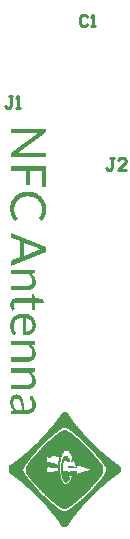
<source format=gto>
G04 Layer_Color=65535*
%FSLAX25Y25*%
%MOIN*%
G70*
G01*
G75*
%ADD17C,0.00100*%
%ADD18C,0.01000*%
G36*
X12502Y76139D02*
X12720Y76121D01*
X12957Y76102D01*
X13231Y76048D01*
X13504Y75993D01*
X13795Y75902D01*
X13832Y75884D01*
X13923Y75847D01*
X14069Y75793D01*
X14251Y75701D01*
X14451Y75592D01*
X14670Y75465D01*
X14889Y75319D01*
X15107Y75137D01*
X15126Y75118D01*
X15199Y75046D01*
X15308Y74936D01*
X15435Y74791D01*
X15563Y74608D01*
X15709Y74408D01*
X15854Y74171D01*
X15982Y73916D01*
X16000Y73879D01*
X16037Y73788D01*
X16091Y73643D01*
X16146Y73442D01*
X16201Y73187D01*
X16255Y72914D01*
X16292Y72604D01*
X16310Y72276D01*
Y72240D01*
Y72149D01*
X16292Y72003D01*
X16273Y71821D01*
X16255Y71620D01*
X16201Y71383D01*
X16146Y71147D01*
X16055Y70910D01*
X16037Y70873D01*
X16000Y70800D01*
X15946Y70691D01*
X15873Y70527D01*
X15763Y70363D01*
X15636Y70181D01*
X15490Y69999D01*
X15326Y69816D01*
X15308Y69798D01*
X15235Y69744D01*
X15144Y69652D01*
X14998Y69561D01*
X14834Y69434D01*
X14634Y69324D01*
X14415Y69215D01*
X14160Y69106D01*
X14123Y69088D01*
X14032Y69069D01*
X13887Y69015D01*
X13704Y68960D01*
X13468Y68924D01*
X13213Y68869D01*
X12921Y68851D01*
X12593Y68833D01*
X12411D01*
X12247Y68869D01*
X12192Y68887D01*
X12138Y68906D01*
X12119Y68924D01*
X12083Y68960D01*
X12046Y69051D01*
X12028Y69197D01*
Y74718D01*
X11901D01*
X11737Y74699D01*
X11554Y74681D01*
X11336Y74663D01*
X11099Y74608D01*
X10862Y74572D01*
X10644Y74499D01*
X10625Y74481D01*
X10552Y74463D01*
X10443Y74426D01*
X10297Y74353D01*
X10152Y74280D01*
X9988Y74189D01*
X9660Y73971D01*
X9641Y73952D01*
X9605Y73916D01*
X9532Y73843D01*
X9441Y73734D01*
X9350Y73624D01*
X9259Y73479D01*
X9076Y73151D01*
Y73132D01*
X9040Y73060D01*
X9022Y72969D01*
X8985Y72823D01*
X8949Y72677D01*
X8931Y72495D01*
X8894Y72076D01*
Y72057D01*
Y71985D01*
Y71875D01*
X8913Y71748D01*
X8931Y71602D01*
X8949Y71438D01*
X9022Y71128D01*
Y71110D01*
X9040Y71055D01*
X9076Y70982D01*
X9113Y70891D01*
X9186Y70673D01*
X9295Y70454D01*
Y70436D01*
X9313Y70399D01*
X9386Y70290D01*
X9477Y70126D01*
X9568Y69980D01*
Y69962D01*
X9587Y69944D01*
X9641Y69853D01*
X9678Y69744D01*
X9696Y69634D01*
Y69598D01*
X9678Y69525D01*
X9641Y69434D01*
X9568Y69361D01*
X9022Y68942D01*
X9004Y68960D01*
X8967Y68997D01*
X8913Y69051D01*
X8822Y69124D01*
X8639Y69324D01*
X8457Y69598D01*
X8439Y69616D01*
X8421Y69652D01*
X8366Y69744D01*
X8311Y69835D01*
X8257Y69944D01*
X8184Y70090D01*
X8056Y70399D01*
Y70418D01*
X8038Y70472D01*
X8002Y70564D01*
X7983Y70673D01*
X7947Y70800D01*
X7910Y70964D01*
X7838Y71292D01*
Y71311D01*
X7819Y71365D01*
Y71456D01*
X7801Y71584D01*
X7783Y71711D01*
Y71875D01*
X7765Y72203D01*
Y72221D01*
Y72240D01*
Y72349D01*
X7783Y72513D01*
X7801Y72713D01*
X7838Y72969D01*
X7874Y73224D01*
X7947Y73515D01*
X8038Y73788D01*
X8056Y73825D01*
X8093Y73916D01*
X8166Y74044D01*
X8257Y74226D01*
X8384Y74408D01*
X8530Y74626D01*
X8694Y74845D01*
X8894Y75046D01*
X8913Y75064D01*
X9004Y75137D01*
X9113Y75228D01*
X9277Y75337D01*
X9477Y75483D01*
X9714Y75610D01*
X9988Y75738D01*
X10279Y75866D01*
X10297D01*
X10316Y75884D01*
X10425Y75902D01*
X10607Y75957D01*
X10826Y76011D01*
X11117Y76066D01*
X11445Y76102D01*
X11810Y76139D01*
X12192Y76157D01*
X12338D01*
X12502Y76139D01*
D02*
G37*
G36*
X16018Y81168D02*
X18587Y80840D01*
X18606D01*
X18660Y80821D01*
X18733Y80785D01*
X18788Y80730D01*
X18806Y80712D01*
X18843Y80657D01*
X18861Y80585D01*
X18879Y80493D01*
Y79765D01*
X16018D01*
Y77378D01*
X14962D01*
Y79765D01*
X9878D01*
X9787Y79746D01*
X9678Y79728D01*
X9423Y79655D01*
X9295Y79601D01*
X9186Y79510D01*
X9168Y79491D01*
X9149Y79455D01*
X9113Y79400D01*
X9076Y79327D01*
X9022Y79236D01*
X8985Y79127D01*
X8967Y78999D01*
X8949Y78854D01*
Y78835D01*
Y78817D01*
Y78708D01*
X8967Y78580D01*
X9004Y78453D01*
X9022Y78416D01*
X9040Y78362D01*
X9076Y78252D01*
X9131Y78161D01*
X9149Y78143D01*
X9168Y78088D01*
X9222Y78016D01*
X9259Y77961D01*
X9277Y77943D01*
X9295Y77906D01*
X9313Y77851D01*
X9332Y77797D01*
Y77779D01*
X9313Y77724D01*
X9277Y77669D01*
X9186Y77596D01*
X8494Y77159D01*
X8475Y77177D01*
X8439Y77232D01*
X8366Y77305D01*
X8293Y77414D01*
X8202Y77560D01*
X8111Y77706D01*
X8020Y77888D01*
X7947Y78088D01*
Y78107D01*
X7910Y78179D01*
X7892Y78289D01*
X7856Y78416D01*
X7819Y78580D01*
X7783Y78781D01*
X7765Y78963D01*
X7746Y79181D01*
Y79200D01*
Y79218D01*
Y79273D01*
X7765Y79346D01*
X7783Y79528D01*
X7819Y79746D01*
X7874Y79983D01*
X7983Y80238D01*
X8111Y80475D01*
X8293Y80694D01*
X8311Y80712D01*
X8402Y80767D01*
X8530Y80858D01*
X8694Y80949D01*
X8913Y81058D01*
X9186Y81131D01*
X9514Y81204D01*
X9878Y81222D01*
X14962D01*
Y82224D01*
Y82243D01*
X14980Y82297D01*
X14998Y82370D01*
X15034Y82443D01*
X15053Y82461D01*
X15089Y82479D01*
X15162Y82516D01*
X15271Y82534D01*
X15836D01*
X16018Y81168D01*
D02*
G37*
G36*
X16182Y66100D02*
Y66081D01*
Y66045D01*
X16146Y65936D01*
X16091Y65863D01*
X16037Y65808D01*
X15946Y65735D01*
X15836Y65699D01*
X14852Y65589D01*
X14889Y65571D01*
X14962Y65498D01*
X15089Y65389D01*
X15235Y65225D01*
X15399Y65061D01*
X15581Y64842D01*
X15745Y64624D01*
X15909Y64387D01*
X15927Y64350D01*
X15964Y64259D01*
X16037Y64132D01*
X16109Y63931D01*
X16182Y63713D01*
X16255Y63440D01*
X16292Y63148D01*
X16310Y62838D01*
Y62802D01*
Y62729D01*
X16292Y62601D01*
X16273Y62437D01*
X16255Y62255D01*
X16219Y62055D01*
X16146Y61836D01*
X16073Y61636D01*
X16055Y61617D01*
X16037Y61545D01*
X15982Y61453D01*
X15909Y61326D01*
X15818Y61198D01*
X15709Y61034D01*
X15581Y60889D01*
X15435Y60761D01*
X15417Y60743D01*
X15362Y60707D01*
X15271Y60634D01*
X15162Y60561D01*
X14998Y60488D01*
X14834Y60397D01*
X14652Y60306D01*
X14433Y60233D01*
X14415D01*
X14324Y60196D01*
X14215Y60178D01*
X14051Y60142D01*
X13868Y60105D01*
X13650Y60087D01*
X13413Y60050D01*
X7874D01*
Y61526D01*
X13304D01*
X13486Y61545D01*
X13686Y61581D01*
X13923Y61636D01*
X14160Y61709D01*
X14397Y61818D01*
X14615Y61964D01*
X14634Y61982D01*
X14706Y62037D01*
X14779Y62146D01*
X14889Y62273D01*
X14980Y62456D01*
X15071Y62692D01*
X15126Y62947D01*
X15144Y63257D01*
Y63294D01*
Y63367D01*
X15126Y63494D01*
X15107Y63658D01*
X15053Y63840D01*
X14998Y64041D01*
X14907Y64259D01*
X14798Y64478D01*
X14779Y64496D01*
X14743Y64569D01*
X14670Y64678D01*
X14561Y64824D01*
X14433Y64988D01*
X14269Y65152D01*
X14087Y65334D01*
X13887Y65517D01*
X7874D01*
Y66974D01*
X16182D01*
Y66100D01*
D02*
G37*
G36*
X10133Y49173D02*
X10261Y49155D01*
X10407Y49119D01*
X10552Y49082D01*
X10735Y49009D01*
X10898Y48918D01*
X10917Y48900D01*
X10971Y48864D01*
X11062Y48791D01*
X11172Y48700D01*
X11299Y48590D01*
X11427Y48426D01*
X11573Y48262D01*
X11700Y48044D01*
X11718Y48007D01*
X11755Y47934D01*
X11828Y47807D01*
X11919Y47624D01*
X12010Y47388D01*
X12101Y47133D01*
X12192Y46823D01*
X12283Y46477D01*
Y46458D01*
X12302Y46422D01*
Y46367D01*
X12320Y46294D01*
X12338Y46203D01*
X12356Y46094D01*
X12411Y45803D01*
X12447Y45456D01*
X12484Y45055D01*
X12502Y44600D01*
X12520Y44090D01*
X13322D01*
X13504Y44108D01*
X13704Y44144D01*
X13960Y44199D01*
X14196Y44272D01*
X14433Y44363D01*
X14634Y44509D01*
X14652Y44527D01*
X14706Y44582D01*
X14798Y44673D01*
X14889Y44819D01*
X14980Y44983D01*
X15071Y45201D01*
X15126Y45438D01*
X15144Y45730D01*
Y45748D01*
Y45821D01*
Y45912D01*
X15126Y46039D01*
X15089Y46331D01*
X14998Y46622D01*
Y46641D01*
X14980Y46677D01*
X14943Y46750D01*
X14907Y46841D01*
X14816Y47041D01*
X14688Y47260D01*
Y47278D01*
X14670Y47297D01*
X14597Y47406D01*
X14488Y47552D01*
X14379Y47716D01*
X14360Y47752D01*
X14324Y47825D01*
X14269Y47952D01*
X14251Y48098D01*
Y48116D01*
X14269Y48189D01*
X14288Y48262D01*
X14324Y48353D01*
X14342Y48371D01*
X14379Y48408D01*
X14451Y48481D01*
X14524Y48535D01*
X14998Y48791D01*
X15034Y48754D01*
X15107Y48663D01*
X15217Y48535D01*
X15362Y48353D01*
X15526Y48116D01*
X15690Y47880D01*
X15854Y47606D01*
X15982Y47315D01*
Y47297D01*
X16000Y47278D01*
X16037Y47169D01*
X16091Y47005D01*
X16164Y46786D01*
X16219Y46531D01*
X16273Y46222D01*
X16310Y45894D01*
X16328Y45547D01*
Y45511D01*
Y45438D01*
X16310Y45292D01*
X16292Y45128D01*
X16273Y44946D01*
X16237Y44728D01*
X16164Y44527D01*
X16091Y44309D01*
X16073Y44290D01*
X16055Y44217D01*
X16000Y44108D01*
X15927Y43981D01*
X15836Y43853D01*
X15709Y43689D01*
X15581Y43543D01*
X15435Y43398D01*
X15417Y43379D01*
X15362Y43343D01*
X15271Y43270D01*
X15162Y43197D01*
X15016Y43106D01*
X14852Y43015D01*
X14670Y42924D01*
X14451Y42851D01*
X14433Y42833D01*
X14342Y42814D01*
X14233Y42778D01*
X14069Y42742D01*
X13887Y42705D01*
X13668Y42687D01*
X13431Y42650D01*
X7874D01*
Y43306D01*
Y43343D01*
Y43416D01*
X7892Y43543D01*
X7929Y43652D01*
X7947Y43671D01*
X7983Y43725D01*
X8074Y43780D01*
X8202Y43817D01*
X8967Y43981D01*
X8949Y43999D01*
X8913Y44035D01*
X8858Y44108D01*
X8785Y44181D01*
X8621Y44381D01*
X8439Y44618D01*
X8421Y44636D01*
X8402Y44673D01*
X8366Y44728D01*
X8311Y44819D01*
X8184Y45019D01*
X8056Y45274D01*
Y45292D01*
X8038Y45329D01*
X8002Y45402D01*
X7965Y45493D01*
X7929Y45602D01*
X7892Y45730D01*
X7819Y46021D01*
Y46039D01*
X7801Y46094D01*
Y46167D01*
X7783Y46276D01*
X7765Y46404D01*
Y46549D01*
X7746Y46878D01*
Y46896D01*
Y46950D01*
Y47041D01*
X7765Y47169D01*
X7783Y47315D01*
X7801Y47460D01*
X7874Y47789D01*
Y47807D01*
X7892Y47861D01*
X7929Y47934D01*
X7965Y48044D01*
X8093Y48280D01*
X8275Y48517D01*
X8293Y48535D01*
X8330Y48572D01*
X8384Y48627D01*
X8457Y48700D01*
X8566Y48772D01*
X8676Y48864D01*
X8967Y49009D01*
X8985D01*
X9040Y49046D01*
X9131Y49064D01*
X9240Y49100D01*
X9386Y49137D01*
X9568Y49155D01*
X9751Y49191D01*
X10042D01*
X10133Y49173D01*
D02*
G37*
G36*
X16182Y56990D02*
Y56971D01*
Y56935D01*
X16146Y56826D01*
X16091Y56753D01*
X16037Y56698D01*
X15946Y56625D01*
X15836Y56589D01*
X14852Y56479D01*
X14889Y56461D01*
X14962Y56388D01*
X15089Y56279D01*
X15235Y56115D01*
X15399Y55951D01*
X15581Y55732D01*
X15745Y55514D01*
X15909Y55277D01*
X15927Y55240D01*
X15964Y55149D01*
X16037Y55022D01*
X16109Y54821D01*
X16182Y54603D01*
X16255Y54330D01*
X16292Y54038D01*
X16310Y53728D01*
Y53692D01*
Y53619D01*
X16292Y53491D01*
X16273Y53327D01*
X16255Y53145D01*
X16219Y52945D01*
X16146Y52726D01*
X16073Y52526D01*
X16055Y52508D01*
X16037Y52435D01*
X15982Y52343D01*
X15909Y52216D01*
X15818Y52088D01*
X15709Y51924D01*
X15581Y51779D01*
X15435Y51651D01*
X15417Y51633D01*
X15362Y51596D01*
X15271Y51524D01*
X15162Y51451D01*
X14998Y51378D01*
X14834Y51287D01*
X14652Y51196D01*
X14433Y51123D01*
X14415D01*
X14324Y51086D01*
X14215Y51068D01*
X14051Y51032D01*
X13868Y50995D01*
X13650Y50977D01*
X13413Y50941D01*
X7874D01*
Y52416D01*
X13304D01*
X13486Y52435D01*
X13686Y52471D01*
X13923Y52526D01*
X14160Y52599D01*
X14397Y52708D01*
X14615Y52854D01*
X14634Y52872D01*
X14706Y52926D01*
X14779Y53036D01*
X14889Y53163D01*
X14980Y53346D01*
X15071Y53582D01*
X15126Y53838D01*
X15144Y54147D01*
Y54184D01*
Y54257D01*
X15126Y54384D01*
X15107Y54548D01*
X15053Y54730D01*
X14998Y54931D01*
X14907Y55149D01*
X14798Y55368D01*
X14779Y55386D01*
X14743Y55459D01*
X14670Y55568D01*
X14561Y55714D01*
X14433Y55878D01*
X14269Y56042D01*
X14087Y56224D01*
X13887Y56406D01*
X7874D01*
Y57864D01*
X16182D01*
Y56990D01*
D02*
G37*
G36*
Y89931D02*
Y89913D01*
Y89877D01*
X16146Y89767D01*
X16091Y89694D01*
X16037Y89640D01*
X15946Y89567D01*
X15836Y89530D01*
X14852Y89421D01*
X14889Y89403D01*
X14962Y89330D01*
X15089Y89221D01*
X15235Y89057D01*
X15399Y88893D01*
X15581Y88674D01*
X15745Y88455D01*
X15909Y88219D01*
X15927Y88182D01*
X15964Y88091D01*
X16037Y87964D01*
X16109Y87763D01*
X16182Y87545D01*
X16255Y87271D01*
X16292Y86980D01*
X16310Y86670D01*
Y86633D01*
Y86561D01*
X16292Y86433D01*
X16273Y86269D01*
X16255Y86087D01*
X16219Y85887D01*
X16146Y85668D01*
X16073Y85467D01*
X16055Y85449D01*
X16037Y85376D01*
X15982Y85285D01*
X15909Y85158D01*
X15818Y85030D01*
X15709Y84866D01*
X15581Y84720D01*
X15435Y84593D01*
X15417Y84575D01*
X15362Y84538D01*
X15271Y84465D01*
X15162Y84392D01*
X14998Y84320D01*
X14834Y84228D01*
X14652Y84137D01*
X14433Y84065D01*
X14415D01*
X14324Y84028D01*
X14215Y84010D01*
X14051Y83973D01*
X13868Y83937D01*
X13650Y83919D01*
X13413Y83882D01*
X7874D01*
Y85358D01*
X13304D01*
X13486Y85376D01*
X13686Y85413D01*
X13923Y85467D01*
X14160Y85540D01*
X14397Y85650D01*
X14615Y85795D01*
X14634Y85814D01*
X14706Y85868D01*
X14779Y85978D01*
X14889Y86105D01*
X14980Y86287D01*
X15071Y86524D01*
X15126Y86779D01*
X15144Y87089D01*
Y87125D01*
Y87198D01*
X15126Y87326D01*
X15107Y87490D01*
X15053Y87672D01*
X14998Y87872D01*
X14907Y88091D01*
X14798Y88310D01*
X14779Y88328D01*
X14743Y88401D01*
X14670Y88510D01*
X14561Y88656D01*
X14433Y88820D01*
X14269Y88984D01*
X14087Y89166D01*
X13887Y89348D01*
X7874D01*
Y90806D01*
X16182D01*
Y89931D01*
D02*
G37*
G36*
X14087Y116806D02*
X14215D01*
X14543Y116769D01*
X14925Y116715D01*
X15326Y116642D01*
X15745Y116551D01*
X16164Y116405D01*
X16182D01*
X16219Y116387D01*
X16273Y116350D01*
X16346Y116332D01*
X16565Y116223D01*
X16820Y116095D01*
X17112Y115913D01*
X17439Y115713D01*
X17749Y115458D01*
X18059Y115184D01*
X18077Y115166D01*
X18095Y115148D01*
X18187Y115039D01*
X18332Y114874D01*
X18515Y114656D01*
X18715Y114383D01*
X18915Y114073D01*
X19116Y113708D01*
X19298Y113326D01*
Y113308D01*
X19316Y113271D01*
X19334Y113216D01*
X19371Y113125D01*
X19407Y113034D01*
X19444Y112907D01*
X19535Y112615D01*
X19608Y112251D01*
X19681Y111850D01*
X19735Y111395D01*
X19753Y110921D01*
Y110903D01*
Y110866D01*
Y110793D01*
Y110702D01*
X19735Y110593D01*
Y110465D01*
X19699Y110155D01*
X19644Y109809D01*
X19571Y109445D01*
X19480Y109062D01*
X19334Y108698D01*
Y108680D01*
X19316Y108661D01*
X19298Y108607D01*
X19262Y108534D01*
X19170Y108352D01*
X19043Y108133D01*
X18879Y107878D01*
X18697Y107587D01*
X18478Y107295D01*
X18223Y107022D01*
X17512Y107532D01*
X17494D01*
X17476Y107568D01*
X17385Y107659D01*
Y107678D01*
X17367Y107714D01*
X17348Y107787D01*
X17330Y107878D01*
Y107896D01*
X17348Y107951D01*
X17367Y108024D01*
X17403Y108115D01*
X17421Y108133D01*
X17458Y108188D01*
X17512Y108279D01*
X17585Y108388D01*
X17604Y108425D01*
X17658Y108498D01*
X17749Y108625D01*
X17840Y108771D01*
Y108789D01*
X17859Y108807D01*
X17913Y108917D01*
X17986Y109081D01*
X18077Y109299D01*
Y109317D01*
X18095Y109354D01*
X18114Y109427D01*
X18150Y109500D01*
X18187Y109609D01*
X18223Y109737D01*
X18278Y110010D01*
Y110028D01*
X18296Y110083D01*
X18314Y110155D01*
X18332Y110265D01*
Y110411D01*
X18350Y110556D01*
X18369Y110921D01*
Y110939D01*
Y110957D01*
Y111012D01*
Y111085D01*
X18350Y111267D01*
X18332Y111486D01*
X18296Y111759D01*
X18223Y112050D01*
X18150Y112360D01*
X18041Y112652D01*
X18023Y112688D01*
X17986Y112779D01*
X17913Y112925D01*
X17804Y113107D01*
X17676Y113326D01*
X17512Y113544D01*
X17330Y113781D01*
X17112Y114000D01*
X17093Y114018D01*
X17002Y114091D01*
X16875Y114200D01*
X16711Y114328D01*
X16492Y114474D01*
X16237Y114619D01*
X15964Y114765D01*
X15654Y114893D01*
X15636D01*
X15618Y114911D01*
X15508Y114947D01*
X15326Y114984D01*
X15089Y115039D01*
X14816Y115111D01*
X14488Y115148D01*
X14123Y115184D01*
X13741Y115202D01*
X13559D01*
X13340Y115184D01*
X13085Y115166D01*
X12775Y115130D01*
X12447Y115075D01*
X12101Y115002D01*
X11773Y114893D01*
X11755D01*
X11737Y114874D01*
X11627Y114838D01*
X11463Y114765D01*
X11263Y114656D01*
X11044Y114528D01*
X10789Y114383D01*
X10552Y114219D01*
X10316Y114018D01*
X10297Y114000D01*
X10224Y113927D01*
X10115Y113800D01*
X9988Y113654D01*
X9842Y113453D01*
X9696Y113235D01*
X9550Y112998D01*
X9423Y112725D01*
X9404Y112688D01*
X9368Y112597D01*
X9332Y112451D01*
X9277Y112251D01*
X9204Y111996D01*
X9168Y111741D01*
X9131Y111431D01*
X9113Y111121D01*
Y111103D01*
Y111030D01*
Y110939D01*
Y110811D01*
X9131Y110666D01*
Y110502D01*
X9168Y110192D01*
Y110174D01*
X9186Y110119D01*
Y110046D01*
X9204Y109937D01*
X9277Y109682D01*
X9350Y109408D01*
Y109390D01*
X9368Y109354D01*
X9404Y109281D01*
X9441Y109190D01*
X9550Y108971D01*
X9696Y108753D01*
X9714Y108734D01*
X9732Y108698D01*
X9769Y108643D01*
X9824Y108552D01*
X9988Y108352D01*
X10170Y108133D01*
X10188Y108115D01*
X10243Y108042D01*
X10279Y107951D01*
X10297Y107860D01*
Y107842D01*
X10279Y107769D01*
X10261Y107696D01*
X10188Y107623D01*
X9496Y106985D01*
X9459Y107022D01*
X9368Y107113D01*
X9204Y107277D01*
X9022Y107477D01*
X8822Y107732D01*
X8603Y108042D01*
X8402Y108370D01*
X8202Y108753D01*
Y108771D01*
X8184Y108807D01*
X8166Y108862D01*
X8129Y108935D01*
X8093Y109026D01*
X8056Y109153D01*
X8020Y109281D01*
X7983Y109445D01*
X7892Y109809D01*
X7819Y110228D01*
X7765Y110702D01*
X7746Y111231D01*
Y111249D01*
Y111285D01*
Y111358D01*
Y111449D01*
X7765Y111558D01*
Y111686D01*
X7801Y111996D01*
X7856Y112342D01*
X7929Y112725D01*
X8038Y113125D01*
X8184Y113526D01*
Y113544D01*
X8202Y113563D01*
X8238Y113617D01*
X8257Y113690D01*
X8366Y113891D01*
X8494Y114128D01*
X8676Y114419D01*
X8876Y114710D01*
X9131Y115002D01*
X9404Y115294D01*
X9423D01*
X9441Y115330D01*
X9550Y115421D01*
X9714Y115549D01*
X9933Y115713D01*
X10206Y115895D01*
X10534Y116077D01*
X10898Y116259D01*
X11299Y116423D01*
X11318D01*
X11354Y116441D01*
X11409Y116460D01*
X11500Y116478D01*
X11591Y116514D01*
X11718Y116551D01*
X12028Y116624D01*
X12393Y116697D01*
X12793Y116769D01*
X13249Y116806D01*
X13741Y116824D01*
X13960D01*
X14087Y116806D01*
D02*
G37*
G36*
X19626Y118172D02*
X18332D01*
Y123802D01*
X14215D01*
Y118992D01*
X12921D01*
Y123802D01*
X7874D01*
Y125406D01*
X19626D01*
Y118172D01*
D02*
G37*
G36*
Y136975D02*
Y136957D01*
Y136939D01*
Y136848D01*
X19608Y136757D01*
X19571Y136666D01*
X19553Y136647D01*
X19517Y136593D01*
X19462Y136520D01*
X19353Y136429D01*
X10498Y129633D01*
X10534D01*
X10625Y129651D01*
X10753D01*
X10898Y129669D01*
X19626D01*
Y128266D01*
X7874D01*
Y129068D01*
Y129104D01*
Y129177D01*
X7892Y129287D01*
X7929Y129396D01*
X7947Y129414D01*
X7983Y129469D01*
X8056Y129542D01*
X8147Y129633D01*
X17002Y136429D01*
X16565D01*
X16474Y136411D01*
X7874D01*
Y137795D01*
X19626D01*
Y136975D01*
D02*
G37*
G36*
X19608Y98367D02*
Y96746D01*
X7874Y92063D01*
Y93284D01*
Y93320D01*
X7892Y93411D01*
X7910Y93521D01*
X7965Y93630D01*
X7983Y93648D01*
X8038Y93703D01*
X8129Y93776D01*
X8238Y93830D01*
X11081Y94924D01*
Y100189D01*
X8238Y101301D01*
X8220Y101319D01*
X8147Y101337D01*
X8074Y101410D01*
X7983Y101501D01*
X7965Y101519D01*
X7929Y101592D01*
X7892Y101701D01*
X7874Y101829D01*
Y103068D01*
X19608Y98367D01*
D02*
G37*
%LPC*%
G36*
X12939Y74663D02*
Y70144D01*
X13121D01*
X13231Y70163D01*
X13376Y70181D01*
X13540Y70199D01*
X13850Y70290D01*
X13868D01*
X13923Y70308D01*
X13996Y70345D01*
X14105Y70399D01*
X14342Y70527D01*
X14579Y70709D01*
X14597Y70727D01*
X14634Y70746D01*
X14688Y70819D01*
X14761Y70891D01*
X14834Y70982D01*
X14907Y71092D01*
X15053Y71365D01*
Y71383D01*
X15089Y71438D01*
X15107Y71511D01*
X15144Y71620D01*
X15180Y71748D01*
X15199Y71894D01*
X15235Y72258D01*
Y72276D01*
Y72313D01*
Y72367D01*
Y72440D01*
X15199Y72622D01*
X15162Y72859D01*
X15089Y73132D01*
X14980Y73406D01*
X14816Y73679D01*
X14615Y73916D01*
X14579Y73934D01*
X14506Y74007D01*
X14360Y74116D01*
X14178Y74226D01*
X13941Y74353D01*
X13650Y74481D01*
X13322Y74590D01*
X12939Y74663D01*
D02*
G37*
G36*
X10006Y47789D02*
X9896D01*
X9805Y47770D01*
X9623Y47734D01*
X9441Y47679D01*
X9423D01*
X9404Y47661D01*
X9295Y47606D01*
X9168Y47515D01*
X9040Y47406D01*
X9022Y47369D01*
X8967Y47278D01*
X8894Y47151D01*
X8822Y46987D01*
Y46969D01*
Y46950D01*
X8803Y46896D01*
Y46823D01*
X8785Y46641D01*
X8767Y46440D01*
Y46422D01*
Y46367D01*
Y46294D01*
X8785Y46203D01*
X8803Y45985D01*
X8840Y45748D01*
Y45730D01*
X8858Y45693D01*
X8876Y45620D01*
X8894Y45547D01*
X8949Y45347D01*
X9040Y45147D01*
Y45128D01*
X9058Y45092D01*
X9095Y45037D01*
X9131Y44964D01*
X9240Y44800D01*
X9386Y44600D01*
X9404Y44582D01*
X9423Y44545D01*
X9477Y44509D01*
X9532Y44436D01*
X9678Y44272D01*
X9860Y44090D01*
X11591D01*
Y44108D01*
Y44126D01*
Y44181D01*
Y44254D01*
Y44436D01*
X11573Y44673D01*
X11554Y44946D01*
X11536Y45238D01*
X11500Y45529D01*
X11445Y45803D01*
Y45839D01*
X11427Y45912D01*
X11390Y46039D01*
X11354Y46203D01*
X11318Y46385D01*
X11245Y46586D01*
X11190Y46768D01*
X11117Y46950D01*
Y46969D01*
X11081Y47023D01*
X11044Y47096D01*
X10990Y47187D01*
X10826Y47406D01*
X10735Y47497D01*
X10625Y47588D01*
X10607D01*
X10571Y47624D01*
X10516Y47643D01*
X10443Y47679D01*
X10243Y47752D01*
X10133Y47770D01*
X10006Y47789D01*
D02*
G37*
G36*
X12210Y99752D02*
Y95361D01*
X16984Y97219D01*
X17002D01*
X17075Y97256D01*
X17166Y97292D01*
X17294Y97329D01*
X17458Y97383D01*
X17640Y97438D01*
X17859Y97511D01*
X18095Y97566D01*
X18077D01*
X18041Y97584D01*
X17968Y97602D01*
X17895Y97620D01*
X17695Y97675D01*
X17476Y97748D01*
X17458D01*
X17439Y97766D01*
X17312Y97802D01*
X17148Y97839D01*
X16984Y97912D01*
X12210Y99752D01*
D02*
G37*
%LPD*%
D17*
X18607Y13522D02*
Y15422D01*
X19907Y34222D02*
Y36522D01*
X20307Y28522D02*
Y33422D01*
X19907Y25122D02*
Y26422D01*
X20407Y28422D02*
Y33522D01*
X20507Y14922D02*
Y23422D01*
X20407Y25222D02*
Y26822D01*
X20107Y34422D02*
Y36722D01*
X20207Y25222D02*
Y26622D01*
X20307Y15122D02*
Y23322D01*
X20207Y11722D02*
Y13922D01*
X20107Y28522D02*
Y33222D01*
X20007Y11922D02*
Y14122D01*
Y28622D02*
Y33122D01*
X20207Y34522D02*
Y36822D01*
X20507Y25222D02*
Y26622D01*
X20007Y25222D02*
Y26422D01*
X20407Y15022D02*
Y23422D01*
X19807Y15622D02*
Y32922D01*
X20107Y25222D02*
Y26522D01*
X20407Y11522D02*
Y13722D01*
X19807Y34122D02*
Y36422D01*
X20507Y34822D02*
Y37222D01*
X20007Y34322D02*
Y36622D01*
X19707Y12322D02*
Y14422D01*
X19907Y15522D02*
Y23422D01*
X20607Y14822D02*
Y23422D01*
X20407Y34722D02*
Y37122D01*
X20107Y11822D02*
Y14022D01*
Y15322D02*
Y23322D01*
X19907Y12122D02*
Y14222D01*
X20207Y28522D02*
Y33322D01*
X20607Y25222D02*
Y26622D01*
X20207Y15222D02*
Y23322D01*
X19907Y28522D02*
Y33022D01*
X20607Y11222D02*
Y13622D01*
X20007Y15422D02*
Y23322D01*
X19707Y15622D02*
Y32822D01*
X20307Y25222D02*
Y26822D01*
X20507Y11422D02*
Y13622D01*
X20307Y11622D02*
Y13822D01*
X20507Y28422D02*
Y33522D01*
X19707Y34122D02*
Y36322D01*
X20307Y34622D02*
Y36922D01*
X19807Y12222D02*
Y14322D01*
X19207Y12822D02*
Y14922D01*
X19307Y12722D02*
Y14822D01*
X19107Y13022D02*
Y15022D01*
Y33522D02*
Y35622D01*
X19007Y33422D02*
Y35522D01*
X18907Y33322D02*
Y35422D01*
X19107Y16222D02*
Y32222D01*
X19307Y33722D02*
Y35822D01*
X19407Y15922D02*
Y32522D01*
X18807Y16522D02*
Y31922D01*
X19207Y33622D02*
Y35722D01*
X18907Y13222D02*
Y15222D01*
X19507Y33922D02*
Y36022D01*
X19007Y16322D02*
Y32122D01*
X18707Y33122D02*
Y35122D01*
Y16622D02*
Y31822D01*
X18907Y16422D02*
Y32022D01*
X19407Y33822D02*
Y35922D01*
X18807Y33222D02*
Y35222D01*
X19007Y13122D02*
Y15122D01*
X18607Y33022D02*
Y35022D01*
X18807Y13322D02*
Y15322D01*
X19507Y12522D02*
Y14622D01*
X19207Y16122D02*
Y32322D01*
X19507Y15822D02*
Y32622D01*
X19307Y16022D02*
Y32422D01*
X19607Y12422D02*
Y14522D01*
X19407Y12622D02*
Y14722D01*
X19607Y15722D02*
Y32722D01*
X18707Y13422D02*
Y15422D01*
X37807Y27622D02*
Y30222D01*
Y22322D02*
Y26022D01*
Y18422D02*
Y20822D01*
X37707Y27722D02*
Y30322D01*
Y22122D02*
Y26122D01*
Y18322D02*
Y20622D01*
X37607Y27822D02*
Y30422D01*
Y22022D02*
Y26322D01*
Y18222D02*
Y20522D01*
X37507Y27922D02*
Y30522D01*
Y21922D02*
Y26422D01*
Y18122D02*
Y20422D01*
X37407Y28122D02*
Y30622D01*
Y21822D02*
Y26522D01*
Y18122D02*
Y20322D01*
X37307Y28222D02*
Y30722D01*
Y21622D02*
Y26722D01*
Y18022D02*
Y20222D01*
X37207Y28322D02*
Y30822D01*
Y21522D02*
Y26822D01*
Y17922D02*
Y20022D01*
X37107Y28422D02*
Y30922D01*
Y21422D02*
Y26922D01*
Y17822D02*
Y19922D01*
X37007Y28522D02*
Y31022D01*
Y21322D02*
Y27122D01*
Y17722D02*
Y19822D01*
X36907Y28722D02*
Y31022D01*
Y21122D02*
Y27222D01*
Y17622D02*
Y19722D01*
X36807Y28822D02*
Y31122D01*
Y21022D02*
Y27322D01*
Y17522D02*
Y19622D01*
X36707Y28922D02*
Y31222D01*
Y20922D02*
Y27422D01*
Y17422D02*
Y19522D01*
X36607Y29022D02*
Y31322D01*
Y20822D02*
Y27622D01*
Y17322D02*
Y19322D01*
X36507Y29122D02*
Y31422D01*
Y20622D02*
Y27722D01*
Y17222D02*
Y19222D01*
X36407Y29222D02*
Y31522D01*
Y20522D02*
Y27822D01*
Y17122D02*
Y19122D01*
X36307Y29322D02*
Y31622D01*
Y20422D02*
Y27922D01*
Y17022D02*
Y19022D01*
X36207Y29522D02*
Y31722D01*
Y20322D02*
Y28122D01*
Y16922D02*
Y18922D01*
X36107Y29622D02*
Y31822D01*
Y20222D02*
Y28222D01*
Y16822D02*
Y18822D01*
X36007Y29722D02*
Y31922D01*
Y20022D02*
Y28322D01*
Y16722D02*
Y18722D01*
X35907Y29822D02*
Y32022D01*
Y19922D02*
Y28422D01*
Y16622D02*
Y18622D01*
X35807Y29922D02*
Y32122D01*
Y19822D02*
Y28522D01*
X37907Y22422D02*
Y25922D01*
X35807Y16522D02*
Y18522D01*
X37907D02*
Y20922D01*
X38107Y27222D02*
Y30022D01*
Y22722D02*
Y25622D01*
X26907Y38022D02*
Y42522D01*
X27307Y12022D02*
Y20222D01*
X26807Y27122D02*
Y28222D01*
X27207Y37822D02*
Y42122D01*
X26407Y20122D02*
Y23522D01*
X26907Y30622D02*
Y36822D01*
Y11722D02*
Y19622D01*
X26807Y38122D02*
Y42622D01*
X26507Y27222D02*
Y28522D01*
Y38222D02*
Y43022D01*
X26607Y20222D02*
Y23522D01*
Y11622D02*
Y19422D01*
X43407Y22922D02*
Y25722D01*
X26507Y30822D02*
Y37122D01*
X27107Y11922D02*
Y19822D01*
X26407Y5522D02*
Y10322D01*
X27007Y37922D02*
Y42422D01*
X26707Y30722D02*
Y37022D01*
Y38122D02*
Y42822D01*
X26807Y20422D02*
Y23422D01*
X26907Y27122D02*
Y28122D01*
X27007Y27122D02*
Y27922D01*
X26707Y20322D02*
Y23422D01*
Y11622D02*
Y19422D01*
X26307Y27322D02*
Y28722D01*
X26607Y30822D02*
Y37022D01*
X27607Y12222D02*
Y20022D01*
X26907Y6122D02*
Y10622D01*
X26707Y27122D02*
Y28422D01*
X26807Y11722D02*
Y19522D01*
X26307Y11422D02*
Y19222D01*
X27007Y20722D02*
Y23422D01*
X26707Y5822D02*
Y10522D01*
X27107Y25022D02*
Y25222D01*
X27207Y11922D02*
Y20022D01*
X27107Y37922D02*
Y42222D01*
X27207Y25022D02*
Y25222D01*
X26607Y38222D02*
Y42922D01*
X27107Y6422D02*
Y10722D01*
X27307Y37822D02*
Y41922D01*
X26307Y20122D02*
Y23622D01*
X27207Y30422D02*
Y36722D01*
X27007Y25022D02*
Y25122D01*
X27107Y27122D02*
Y27822D01*
X27007Y11822D02*
Y19722D01*
X27107Y22122D02*
Y23322D01*
X26907Y20522D02*
Y23422D01*
X26807Y30722D02*
Y36922D01*
X27007Y6322D02*
Y10622D01*
X26607Y5722D02*
Y10422D01*
X26507Y20222D02*
Y23522D01*
X27207Y27122D02*
Y27522D01*
X27007Y30522D02*
Y36822D01*
X27107Y20922D02*
Y22022D01*
X26307Y30822D02*
Y37122D01*
X27207Y22222D02*
Y23322D01*
Y6522D02*
Y10822D01*
X26807Y5922D02*
Y10522D01*
X38207Y18822D02*
Y21322D01*
X27407Y37722D02*
Y41822D01*
X35707Y30022D02*
Y32222D01*
Y19722D02*
Y28722D01*
Y16422D02*
Y18322D01*
X35607Y30122D02*
Y32322D01*
Y19622D02*
Y28822D01*
Y16322D02*
Y18222D01*
X35507Y30222D02*
Y32422D01*
Y19522D02*
Y28922D01*
Y16222D02*
Y18122D01*
X35407Y30322D02*
Y32522D01*
Y19422D02*
Y29022D01*
Y16122D02*
Y18022D01*
X35307Y30422D02*
Y32622D01*
Y19322D02*
Y29122D01*
Y16022D02*
Y17922D01*
X35207Y30622D02*
Y32722D01*
Y19222D02*
Y29222D01*
Y15922D02*
Y17822D01*
X35107Y30722D02*
Y32822D01*
Y19122D02*
Y29322D01*
Y15822D02*
Y17722D01*
X35007Y30822D02*
Y32922D01*
Y18922D02*
Y29422D01*
Y15822D02*
Y17622D01*
X34907Y30922D02*
Y33022D01*
Y24422D02*
Y29522D01*
Y18822D02*
Y24322D01*
Y15722D02*
Y17522D01*
X34807Y31022D02*
Y33122D01*
Y24422D02*
Y29722D01*
Y18722D02*
Y24222D01*
Y15622D02*
Y17322D01*
X34707Y31122D02*
Y33222D01*
Y24422D02*
Y29822D01*
Y18622D02*
Y24222D01*
Y15522D02*
Y17222D01*
X34607Y31222D02*
Y33322D01*
Y24522D02*
Y29922D01*
Y18522D02*
Y24222D01*
Y15422D02*
Y17122D01*
X34507Y31322D02*
Y33422D01*
Y24522D02*
Y30022D01*
Y18322D02*
Y24222D01*
Y15322D02*
Y17022D01*
X34407Y31422D02*
Y33522D01*
Y24522D02*
Y30122D01*
Y18222D02*
Y24122D01*
Y15222D02*
Y16922D01*
X34307Y31522D02*
Y33622D01*
Y24522D02*
Y30222D01*
Y18122D02*
Y24122D01*
Y15122D02*
Y16822D01*
X34207Y31622D02*
Y33722D01*
Y24622D02*
Y30322D01*
Y18022D02*
Y24122D01*
Y15022D02*
Y16722D01*
X34107Y31722D02*
Y33822D01*
Y24622D02*
Y30422D01*
Y17922D02*
Y24022D01*
Y14922D02*
Y16622D01*
X34007Y31822D02*
Y33922D01*
Y24622D02*
Y30522D01*
Y17822D02*
Y24022D01*
Y14822D02*
Y16522D01*
X33907Y31922D02*
Y34022D01*
Y24722D02*
Y30622D01*
Y17722D02*
Y24022D01*
Y14722D02*
Y16422D01*
X33807Y32022D02*
Y34122D01*
Y24722D02*
Y30722D01*
Y17622D02*
Y23922D01*
Y14622D02*
Y16322D01*
X33707Y32122D02*
Y34222D01*
Y24722D02*
Y30822D01*
Y17522D02*
Y23922D01*
Y14522D02*
Y16222D01*
X33607Y32222D02*
Y34322D01*
Y24722D02*
Y30922D01*
Y17422D02*
Y23922D01*
Y14422D02*
Y16122D01*
X33507Y32322D02*
Y34422D01*
Y24822D02*
Y31122D01*
Y17322D02*
Y23822D01*
Y14322D02*
Y16022D01*
X33407Y32422D02*
Y34522D01*
Y24822D02*
Y31222D01*
Y17222D02*
Y23822D01*
Y14122D02*
Y15922D01*
X33307Y32522D02*
Y34622D01*
Y24822D02*
Y31322D01*
Y17122D02*
Y23822D01*
Y14022D02*
Y15822D01*
X33207Y32622D02*
Y34722D01*
Y24922D02*
Y31422D01*
Y17022D02*
Y23722D01*
Y13922D02*
Y15822D01*
X33107Y32722D02*
Y34822D01*
Y24922D02*
Y31522D01*
Y16922D02*
Y23722D01*
Y13822D02*
Y15722D01*
X33007Y32922D02*
Y34922D01*
Y24922D02*
Y31622D01*
Y16822D02*
Y23722D01*
Y13722D02*
Y15622D01*
X32907Y32922D02*
Y35022D01*
Y25022D02*
Y31722D01*
Y16722D02*
Y23622D01*
Y13622D02*
Y15522D01*
X32807Y33022D02*
Y35122D01*
Y25022D02*
Y31822D01*
Y16622D02*
Y23622D01*
Y13522D02*
Y15422D01*
X32707Y33122D02*
Y35222D01*
Y25022D02*
Y31922D01*
Y16522D02*
Y23622D01*
Y13422D02*
Y15322D01*
X32607Y33222D02*
Y35322D01*
Y25122D02*
Y32022D01*
Y16422D02*
Y23522D01*
Y13322D02*
Y15222D01*
X32507Y33322D02*
Y35522D01*
Y25122D02*
Y32122D01*
Y16322D02*
Y23522D01*
Y13222D02*
Y15122D01*
X32407Y33422D02*
Y35622D01*
Y25122D02*
Y32222D01*
Y13122D02*
Y15022D01*
X27607Y29822D02*
Y36422D01*
X32307Y25222D02*
Y32322D01*
Y16122D02*
Y23522D01*
Y13022D02*
Y14922D01*
X32207Y33622D02*
Y35822D01*
Y25222D02*
Y32422D01*
Y16122D02*
Y23422D01*
Y12922D02*
Y14822D01*
X32107Y33722D02*
Y35922D01*
Y25222D02*
Y32522D01*
Y16022D02*
Y23422D01*
X28007Y29122D02*
Y36122D01*
X32107Y12722D02*
Y14722D01*
X26307Y38322D02*
Y43122D01*
X38207Y27022D02*
Y29922D01*
Y22922D02*
Y25522D01*
X43907Y23222D02*
Y25322D01*
X27307Y30222D02*
Y36622D01*
X27407Y6822D02*
Y10922D01*
X41107Y21222D02*
Y27522D01*
X26607Y27222D02*
Y28522D01*
X27607Y7122D02*
Y11022D01*
X44307Y23722D02*
Y24922D01*
X43207Y22722D02*
Y25922D01*
X40707Y20922D02*
Y27822D01*
X43007Y22622D02*
Y26022D01*
X41007Y21122D02*
Y27522D01*
X27207Y21122D02*
Y21622D01*
X40907Y21022D02*
Y27622D01*
X27307Y6722D02*
Y10822D01*
Y22222D02*
Y23322D01*
X27507Y22322D02*
Y23322D01*
Y37622D02*
Y41722D01*
X43107Y22722D02*
Y25922D01*
X27507Y12222D02*
Y20322D01*
X26207Y38322D02*
Y43222D01*
X28807Y13122D02*
Y23822D01*
X41607Y21622D02*
Y27122D01*
X26407Y11522D02*
Y19322D01*
X43807Y23222D02*
Y25422D01*
X27407Y30122D02*
Y36522D01*
X42807Y22522D02*
Y26222D01*
X43507Y23022D02*
Y25622D01*
X42907Y22522D02*
Y26122D01*
X44407Y23922D02*
Y24622D01*
X43707Y23122D02*
Y25522D01*
X42707Y22422D02*
Y26222D01*
X44107Y23422D02*
Y25222D01*
X44207Y23622D02*
Y25022D01*
X44007Y23322D02*
Y25222D01*
X27307Y27122D02*
Y27222D01*
X27407Y25022D02*
Y25322D01*
X42607Y22322D02*
Y26322D01*
X42507Y22222D02*
Y26422D01*
X42407Y22222D02*
Y26522D01*
X42207Y22022D02*
Y26622D01*
X42107Y22022D02*
Y26722D01*
X42007Y21922D02*
Y26822D01*
X41907Y21822D02*
Y26922D01*
X42307Y22122D02*
Y26522D01*
X27407Y22222D02*
Y23322D01*
X26507Y5622D02*
Y10422D01*
X26407Y27222D02*
Y28622D01*
Y30822D02*
Y37122D01*
X26507Y11522D02*
Y19322D01*
X27507Y25022D02*
Y25322D01*
X43607Y23022D02*
Y25522D01*
X43307Y22822D02*
Y25822D01*
X27407Y12122D02*
Y20322D01*
X40807Y20922D02*
Y27722D01*
X28907Y8922D02*
Y12022D01*
X28807Y27322D02*
Y35422D01*
X27507Y30022D02*
Y36522D01*
X28807Y36622D02*
Y39922D01*
X41707Y21622D02*
Y27022D01*
X27507Y7022D02*
Y11022D01*
X28807Y24922D02*
Y25222D01*
X39907Y20222D02*
Y28422D01*
X41507Y21522D02*
Y27222D01*
X40307Y20522D02*
Y28122D01*
X39707Y24522D02*
Y28622D01*
X41807Y21722D02*
Y26922D01*
X38007Y27322D02*
Y30122D01*
X26407Y38222D02*
Y43122D01*
X32007Y33822D02*
Y36022D01*
Y25222D02*
Y32622D01*
Y15922D02*
Y23422D01*
Y12622D02*
Y14622D01*
X31907Y33922D02*
Y36122D01*
Y25322D02*
Y32722D01*
Y15822D02*
Y23322D01*
Y12522D02*
Y14522D01*
X31807Y34022D02*
Y36222D01*
Y25322D02*
Y32822D01*
Y15722D02*
Y23322D01*
Y12422D02*
Y14422D01*
X31707Y34122D02*
Y36322D01*
Y25322D02*
Y32922D01*
Y15622D02*
Y23322D01*
Y12322D02*
Y14422D01*
X31607Y34222D02*
Y36522D01*
Y25422D02*
Y33022D01*
Y15522D02*
Y23222D01*
Y12222D02*
Y14322D01*
X31507Y34322D02*
Y36622D01*
Y25422D02*
Y33122D01*
Y15422D02*
Y23222D01*
Y12122D02*
Y14222D01*
X31407Y34422D02*
Y36722D01*
Y25422D02*
Y33122D01*
Y15322D02*
Y23222D01*
Y12022D02*
Y14122D01*
X31307Y34522D02*
Y36822D01*
Y25522D02*
Y33222D01*
Y15222D02*
Y23122D01*
Y11822D02*
Y14022D01*
X31207Y34622D02*
Y36922D01*
Y25522D02*
Y33322D01*
Y15122D02*
Y23122D01*
Y11722D02*
Y13922D01*
X31107Y34722D02*
Y37022D01*
Y25522D02*
Y33422D01*
Y15022D02*
Y23122D01*
Y11622D02*
Y13822D01*
X31007Y34822D02*
Y37122D01*
Y25622D02*
Y33522D01*
Y15022D02*
Y23022D01*
Y11522D02*
Y13722D01*
X30907Y34822D02*
Y37322D01*
Y25622D02*
Y33622D01*
Y14922D02*
Y23022D01*
Y11422D02*
Y13722D01*
X30807Y34922D02*
Y37422D01*
Y25622D02*
Y33722D01*
Y14822D02*
Y23022D01*
Y11322D02*
Y13622D01*
X30707Y35022D02*
Y37522D01*
Y25622D02*
Y33822D01*
Y14722D02*
Y22922D01*
Y11122D02*
Y13522D01*
X30607Y35122D02*
Y37622D01*
Y25722D02*
Y33922D01*
Y14622D02*
Y22922D01*
Y11022D02*
Y13422D01*
X30507Y35222D02*
Y37722D01*
Y25722D02*
Y34022D01*
Y14522D02*
Y22922D01*
Y10922D02*
Y13322D01*
X30407Y35322D02*
Y37922D01*
Y25722D02*
Y34122D01*
Y14422D02*
Y22822D01*
Y10822D02*
Y13222D01*
X30307Y35422D02*
Y38022D01*
Y25822D02*
Y34222D01*
Y14422D02*
Y22822D01*
Y10722D02*
Y13122D01*
X30207Y35522D02*
Y38122D01*
X30107Y35622D02*
Y38222D01*
X30207Y10522D02*
Y13122D01*
Y25822D02*
Y34222D01*
Y14322D02*
Y22822D01*
X27107Y30522D02*
Y36722D01*
X38007Y18622D02*
Y21022D01*
Y22622D02*
Y25722D01*
X38307Y18922D02*
Y21422D01*
Y23122D02*
Y25322D01*
Y26922D02*
Y29822D01*
X38407Y19022D02*
Y21522D01*
Y23322D02*
Y25122D01*
Y26822D02*
Y29722D01*
X38507Y19022D02*
Y21722D01*
Y23622D02*
Y24922D01*
Y26622D02*
Y29622D01*
X38607Y19122D02*
Y21822D01*
Y26522D02*
Y29522D01*
X38707Y19222D02*
Y21922D01*
Y26422D02*
Y29422D01*
X38807Y19322D02*
Y22022D01*
Y26222D02*
Y29422D01*
X38907Y19422D02*
Y22222D01*
Y26122D02*
Y29322D01*
X39007Y19522D02*
Y22322D01*
Y26022D02*
Y29222D01*
X39107Y19522D02*
Y22522D01*
Y25822D02*
Y29122D01*
X39207Y19622D02*
Y22622D01*
Y25722D02*
Y29022D01*
X39307Y19722D02*
Y22822D01*
Y25622D02*
Y28922D01*
X39407Y19822D02*
Y23022D01*
Y25422D02*
Y28922D01*
X39507Y19922D02*
Y23322D01*
Y25222D02*
Y28822D01*
X39607Y20022D02*
Y23622D01*
Y25022D02*
Y28722D01*
X28007Y23522D02*
Y23722D01*
X29607Y24922D02*
Y25122D01*
X28007Y7722D02*
Y11322D01*
X28907Y13222D02*
Y23822D01*
Y27022D02*
Y35422D01*
Y36622D02*
Y39722D01*
X29007Y9022D02*
Y12122D01*
Y13322D02*
Y23822D01*
Y24922D02*
Y25122D01*
X39707Y20022D02*
Y24122D01*
X29007Y36522D02*
Y39622D01*
X29107Y13422D02*
Y23822D01*
Y24922D02*
Y25122D01*
Y26822D02*
Y35222D01*
Y36422D02*
Y39522D01*
X29207Y9322D02*
Y12322D01*
Y13422D02*
Y23822D01*
Y24922D02*
Y25022D01*
Y26622D02*
Y35122D01*
Y36322D02*
Y39422D01*
X29307Y9422D02*
Y12322D01*
Y13522D02*
Y23822D01*
Y24922D02*
Y25022D01*
Y25922D02*
Y35022D01*
Y36222D02*
Y39222D01*
X29407Y9522D02*
Y12422D01*
Y13622D02*
Y23822D01*
Y24922D02*
Y25022D01*
Y25822D02*
Y34922D01*
Y36122D02*
Y39122D01*
X29507Y9722D02*
Y12522D01*
Y13722D02*
Y23822D01*
Y24922D02*
Y25122D01*
Y25622D02*
Y34922D01*
Y36122D02*
Y39022D01*
X32307Y33522D02*
Y35722D01*
X29607Y9822D02*
Y12622D01*
X29007Y26922D02*
Y35322D01*
X28907Y24922D02*
Y25122D01*
X27907Y29322D02*
Y36222D01*
X39807Y20122D02*
Y28522D01*
X27607Y24922D02*
Y25322D01*
X28807Y8822D02*
Y11922D01*
X40207Y20522D02*
Y28222D01*
X40607Y20822D02*
Y27922D01*
X40507Y20722D02*
Y27922D01*
X40407Y20622D02*
Y28022D01*
X28707Y36722D02*
Y40022D01*
X40007Y20322D02*
Y28322D01*
X40107Y20422D02*
Y28322D01*
X41207Y21322D02*
Y27422D01*
X41307Y21322D02*
Y27322D01*
X26307Y5522D02*
Y10322D01*
X27607Y22322D02*
Y23222D01*
X41407Y21422D02*
Y27222D01*
X27907Y24922D02*
Y25422D01*
X27307Y25022D02*
Y25222D01*
X29107Y9122D02*
Y12222D01*
X37907Y27422D02*
Y30122D01*
X28007Y37322D02*
Y41022D01*
X32407Y16222D02*
Y23522D01*
X28107Y7822D02*
Y11422D01*
X38107Y18722D02*
Y21122D01*
X28107Y12622D02*
Y21822D01*
Y22522D02*
Y23722D01*
Y24922D02*
Y25422D01*
Y27122D02*
Y27322D01*
Y28922D02*
Y36022D01*
Y37222D02*
Y40822D01*
X28207Y7922D02*
Y11522D01*
Y12722D02*
Y22222D01*
Y22522D02*
Y23822D01*
Y24922D02*
Y25422D01*
Y27122D02*
Y27522D01*
Y28622D02*
Y35922D01*
Y37122D02*
Y40722D01*
X28307Y8122D02*
Y11622D01*
Y12722D02*
Y23822D01*
Y24922D02*
Y25422D01*
Y27322D02*
Y27622D01*
Y28322D02*
Y35822D01*
Y37022D02*
Y40522D01*
X28407Y8222D02*
Y11622D01*
Y12822D02*
Y23822D01*
Y24922D02*
Y25422D01*
Y27422D02*
Y27822D01*
Y27922D02*
Y35822D01*
Y37022D02*
Y40422D01*
X28507Y8422D02*
Y11722D01*
Y12922D02*
Y23822D01*
Y24922D02*
Y25422D01*
Y27422D02*
Y35722D01*
Y36922D02*
Y40322D01*
X28607Y8522D02*
Y11822D01*
Y13022D02*
Y23822D01*
Y24922D02*
Y25322D01*
Y27422D02*
Y35622D01*
Y36822D02*
Y40122D01*
X28707Y8622D02*
Y11922D01*
Y13122D02*
Y23822D01*
Y24922D02*
Y25322D01*
X28007Y24922D02*
Y25422D01*
X28707Y27422D02*
Y35522D01*
X27907Y37322D02*
Y41122D01*
X27607Y37622D02*
Y41522D01*
X27707Y7322D02*
Y11122D01*
Y12322D02*
Y20122D01*
Y22322D02*
Y23222D01*
Y24922D02*
Y25422D01*
Y29722D02*
Y36322D01*
Y37522D02*
Y41422D01*
X27807Y7422D02*
Y11222D01*
Y12422D02*
Y20522D01*
Y22422D02*
Y23222D01*
Y23622D02*
Y23722D01*
Y24922D02*
Y25422D01*
Y29522D02*
Y36222D01*
Y37422D02*
Y41222D01*
X27907Y7522D02*
Y11322D01*
Y12422D02*
Y21022D01*
X28007Y27122D02*
Y27222D01*
X27907Y22422D02*
Y23322D01*
Y23622D02*
Y23722D01*
X28007Y12522D02*
Y21422D01*
Y22422D02*
Y23322D01*
X29607Y13822D02*
Y23822D01*
Y25422D02*
Y34822D01*
Y36022D02*
Y38822D01*
X29707Y9922D02*
Y12722D01*
Y13922D02*
Y23822D01*
Y24922D02*
Y34722D01*
Y35922D02*
Y38722D01*
X29807Y10022D02*
Y12722D01*
Y13922D02*
Y23822D01*
Y24922D02*
Y34622D01*
Y35822D02*
Y38622D01*
X29907Y10222D02*
Y12822D01*
Y14022D02*
Y22722D01*
Y25922D02*
Y34522D01*
Y35722D02*
Y38522D01*
X30007Y10322D02*
Y12922D01*
Y14122D02*
Y22722D01*
Y25922D02*
Y34422D01*
Y35622D02*
Y38322D01*
X30107Y10422D02*
Y13022D01*
Y14222D02*
Y22722D01*
Y25822D02*
Y34322D01*
X20607Y34922D02*
Y37322D01*
X20707Y11122D02*
Y13522D01*
Y14722D02*
Y23422D01*
Y28322D02*
Y33722D01*
Y35022D02*
Y37422D01*
X20607Y28322D02*
Y33622D01*
X20707Y25222D02*
Y26522D01*
X25207Y21122D02*
Y23622D01*
X25607Y30522D02*
Y37222D01*
Y5322D02*
Y10222D01*
X25207Y26622D02*
Y27922D01*
X25007Y29722D02*
Y37122D01*
X25107Y5422D02*
Y10322D01*
X25007Y21722D02*
Y24522D01*
X25407Y38322D02*
Y43222D01*
X25007Y11522D02*
Y20122D01*
Y25222D02*
Y27322D01*
X25107Y26122D02*
Y27622D01*
X25207Y5422D02*
Y10322D01*
X25107Y38322D02*
Y43122D01*
Y29922D02*
Y37122D01*
Y11422D02*
Y19922D01*
X25207Y11422D02*
Y19822D01*
X25007Y38222D02*
Y43022D01*
X25107Y21422D02*
Y23622D01*
X25507Y27422D02*
Y28422D01*
X25607Y20422D02*
Y23722D01*
X25207Y30122D02*
Y37222D01*
Y38322D02*
Y43122D01*
X25307Y5322D02*
Y10222D01*
X25507Y11322D02*
Y19422D01*
Y38422D02*
Y43322D01*
Y30422D02*
Y37222D01*
Y5322D02*
Y10222D01*
X25607Y27422D02*
Y28522D01*
Y38422D02*
Y43322D01*
X25707Y5322D02*
Y10222D01*
Y11322D02*
Y19322D01*
Y20322D02*
Y23722D01*
Y27422D02*
Y28622D01*
Y30622D02*
Y37222D01*
Y38422D02*
Y43322D01*
X25807Y5322D02*
Y10222D01*
Y11322D02*
Y19322D01*
Y20222D02*
Y23722D01*
Y27422D02*
Y28722D01*
Y30722D02*
Y37222D01*
Y38422D02*
Y43322D01*
X25907Y5322D02*
Y10222D01*
Y11322D02*
Y19222D01*
Y20222D02*
Y23722D01*
Y27322D02*
Y28722D01*
Y30722D02*
Y37222D01*
Y38422D02*
Y43322D01*
X26007Y5322D02*
Y10222D01*
Y11322D02*
Y19222D01*
Y20122D02*
Y23722D01*
Y27322D02*
Y28722D01*
Y30822D02*
Y37222D01*
Y38422D02*
Y43322D01*
X26107Y5422D02*
Y10222D01*
Y11422D02*
Y19222D01*
Y20122D02*
Y23622D01*
Y27322D02*
Y28822D01*
Y30822D02*
Y37222D01*
Y38322D02*
Y43222D01*
X26207Y5422D02*
Y10322D01*
Y11422D02*
Y19222D01*
Y20122D02*
Y23622D01*
Y27322D02*
Y28722D01*
X25407Y27422D02*
Y28322D01*
X26207Y30822D02*
Y37222D01*
X25307Y27022D02*
Y28122D01*
X21207Y14322D02*
Y23422D01*
Y25122D02*
Y26422D01*
Y28622D02*
Y34222D01*
Y35422D02*
Y38022D01*
X21307Y10422D02*
Y13022D01*
Y14222D02*
Y23422D01*
Y25122D02*
Y26422D01*
Y28722D02*
Y34322D01*
Y35522D02*
Y38122D01*
X21407Y10322D02*
Y12922D01*
X25407Y30322D02*
Y37222D01*
X21407Y14122D02*
Y23422D01*
X25307Y20922D02*
Y23622D01*
Y38322D02*
Y43222D01*
X25407Y5322D02*
Y10222D01*
X21407Y25122D02*
Y26422D01*
Y28822D02*
Y34422D01*
Y35622D02*
Y38322D01*
X21507Y10122D02*
Y12822D01*
Y14022D02*
Y23422D01*
Y25122D02*
Y26422D01*
Y28822D02*
Y34422D01*
Y35722D02*
Y38422D01*
X21607Y10022D02*
Y12722D01*
Y13922D02*
Y23422D01*
Y25122D02*
Y26422D01*
Y28922D02*
Y34522D01*
Y35722D02*
Y38522D01*
X21707Y9922D02*
Y12622D01*
Y13822D02*
Y23422D01*
Y25122D02*
Y26422D01*
Y28922D02*
Y34622D01*
Y35822D02*
Y38622D01*
X21807Y9822D02*
Y12522D01*
Y13822D02*
Y23422D01*
Y25122D02*
Y26422D01*
Y28922D02*
Y34722D01*
Y35922D02*
Y38822D01*
X21907Y9622D02*
Y12522D01*
Y13722D02*
Y23422D01*
Y25122D02*
Y26422D01*
Y28922D02*
Y34822D01*
Y36022D02*
Y38922D01*
X22007Y9522D02*
Y12422D01*
Y13622D02*
Y23422D01*
Y25122D02*
Y26422D01*
Y28922D02*
Y34922D01*
Y36122D02*
Y39022D01*
X22107Y9422D02*
Y12322D01*
Y13522D02*
Y23422D01*
Y25122D02*
Y26322D01*
Y29022D02*
Y35022D01*
Y36222D02*
Y39122D01*
X22207Y9322D02*
Y12222D01*
Y13422D02*
Y23422D01*
Y25122D02*
Y26322D01*
Y29022D02*
Y35022D01*
Y36222D02*
Y39322D01*
X22307Y9122D02*
Y12122D01*
Y13322D02*
Y23522D01*
Y25122D02*
Y26222D01*
Y29022D02*
Y35122D01*
Y36322D02*
Y39422D01*
X22407Y9022D02*
Y12022D01*
Y13322D02*
Y23522D01*
Y25122D02*
Y26222D01*
Y29022D02*
Y35222D01*
Y36422D02*
Y39522D01*
X22507Y8922D02*
Y12022D01*
Y13222D02*
Y23522D01*
Y25122D02*
Y26122D01*
Y29022D02*
Y35322D01*
Y36522D02*
Y39622D01*
X22607Y8822D02*
Y11922D01*
Y13122D02*
Y23522D01*
Y25122D02*
Y26122D01*
Y28922D02*
Y35422D01*
Y36622D02*
Y39822D01*
X22707Y8622D02*
Y11822D01*
Y13022D02*
Y23522D01*
Y25122D02*
Y26022D01*
Y28922D02*
Y35422D01*
Y36622D02*
Y39922D01*
X22807Y8522D02*
Y11722D01*
Y12922D02*
Y23522D01*
Y25122D02*
Y26022D01*
Y28922D02*
Y35522D01*
Y36722D02*
Y40022D01*
X22907Y8422D02*
Y11622D01*
X21207Y10522D02*
Y13122D01*
X22907Y25122D02*
Y25922D01*
Y28922D02*
Y35622D01*
Y36822D02*
Y40222D01*
X23007Y8222D02*
Y11622D01*
Y12822D02*
Y23522D01*
Y25122D02*
Y25922D01*
Y28922D02*
Y35722D01*
Y36922D02*
Y40322D01*
X23107Y8122D02*
Y11522D01*
Y12722D02*
Y23522D01*
Y25022D02*
Y25822D01*
Y28822D02*
Y35822D01*
Y37022D02*
Y40422D01*
X23207Y8022D02*
Y11422D01*
Y12622D02*
Y23522D01*
Y25022D02*
Y25822D01*
Y28822D02*
Y35822D01*
Y37022D02*
Y40622D01*
X23307Y7822D02*
Y11322D01*
Y12522D02*
Y23522D01*
Y25022D02*
Y25722D01*
Y28822D02*
Y35922D01*
Y37122D02*
Y40722D01*
X23407Y7722D02*
Y11322D01*
Y12522D02*
Y23522D01*
Y25022D02*
Y25622D01*
Y28722D02*
Y36022D01*
Y37222D02*
Y40822D01*
X23507Y7622D02*
Y11222D01*
Y12422D02*
Y23522D01*
Y25022D02*
Y25622D01*
Y28722D02*
Y36122D01*
Y37222D02*
Y41022D01*
X23607Y7422D02*
Y11122D01*
Y12322D02*
Y23522D01*
Y25022D02*
Y25522D01*
Y28622D02*
Y36122D01*
Y37322D02*
Y41122D01*
X23707Y7322D02*
Y11122D01*
Y12222D02*
Y24922D01*
Y25022D02*
Y26122D01*
Y28622D02*
Y36222D01*
Y37422D02*
Y41222D01*
X23807Y7222D02*
Y11022D01*
Y12222D02*
Y26922D01*
Y28522D02*
Y36322D01*
Y37522D02*
Y41422D01*
X23907Y7022D02*
Y10922D01*
Y12122D02*
Y27522D01*
Y28422D02*
Y36422D01*
Y37522D02*
Y41522D01*
X24007Y6922D02*
Y10922D01*
Y12022D02*
Y27922D01*
Y28322D02*
Y36422D01*
Y37622D02*
Y41722D01*
X24107Y6722D02*
Y10822D01*
Y12022D02*
Y23522D01*
Y26222D02*
Y36522D01*
Y37722D02*
Y41822D01*
X24207Y6622D02*
Y10722D01*
Y11922D02*
Y22722D01*
Y27022D02*
Y36622D01*
Y37822D02*
Y41922D01*
X24307Y6422D02*
Y10722D01*
Y11922D02*
Y22222D01*
Y27622D02*
Y36622D01*
Y37822D02*
Y42122D01*
X24407Y6222D02*
Y10622D01*
Y11822D02*
Y21722D01*
Y28022D02*
Y36722D01*
Y37922D02*
Y42222D01*
X24507Y6122D02*
Y10622D01*
Y11722D02*
Y21322D01*
Y28422D02*
Y36822D01*
Y38022D02*
Y42422D01*
X24607Y5922D02*
Y10522D01*
Y11722D02*
Y21022D01*
Y28722D02*
Y36822D01*
Y38022D02*
Y42522D01*
X24707Y5822D02*
Y10522D01*
Y11622D02*
Y20722D01*
Y23322D02*
Y25722D01*
Y29022D02*
Y36922D01*
X21007Y25122D02*
Y26422D01*
X24907Y38222D02*
Y42922D01*
Y29522D02*
Y37022D01*
Y22122D02*
Y26922D01*
Y5522D02*
Y10422D01*
Y11522D02*
Y20222D01*
X24807Y38122D02*
Y42822D01*
Y29222D02*
Y37022D01*
Y22622D02*
Y26422D01*
X20807Y25222D02*
Y26522D01*
X24707Y38122D02*
Y42722D01*
X24807Y11622D02*
Y20522D01*
X20907Y25222D02*
Y26522D01*
X22907Y12822D02*
Y23522D01*
X25007Y5522D02*
Y10322D01*
X25407Y11322D02*
Y19522D01*
X25307Y30222D02*
Y37222D01*
X20807Y28322D02*
Y33822D01*
X21107Y35322D02*
Y37922D01*
Y28522D02*
Y34122D01*
Y25122D02*
Y26422D01*
X25407Y20722D02*
Y23722D01*
X21007Y35222D02*
Y37822D01*
X20807Y11022D02*
Y13422D01*
X25507Y20622D02*
Y23722D01*
X25607Y11322D02*
Y19422D01*
X21007Y14422D02*
Y23422D01*
X20807Y14622D02*
Y23422D01*
X25307Y11422D02*
Y19622D01*
X24807Y5622D02*
Y10422D01*
X20907Y14522D02*
Y23422D01*
X21107Y14422D02*
Y23422D01*
X21007Y10822D02*
Y13222D01*
X21107Y10622D02*
Y13122D01*
X20907Y28422D02*
Y33922D01*
Y10922D02*
Y13322D01*
X20807Y35122D02*
Y37522D01*
X20907Y35122D02*
Y37722D01*
X21007Y28422D02*
Y34022D01*
X7607Y23222D02*
Y25622D01*
X7707Y23122D02*
Y25622D01*
X7807Y23022D02*
Y25722D01*
X7907Y23022D02*
Y25722D01*
X8007Y22922D02*
Y25822D01*
X8107Y22822D02*
Y25922D01*
X8207Y22722D02*
Y25922D01*
X8307Y22722D02*
Y26022D01*
X8407Y22622D02*
Y26122D01*
X8507Y22522D02*
Y26122D01*
X8607Y22422D02*
Y26222D01*
X8707Y22422D02*
Y26322D01*
X8807Y22322D02*
Y26422D01*
X8907Y22222D02*
Y26422D01*
X9007Y22122D02*
Y26522D01*
X9107Y22122D02*
Y26622D01*
X9207Y22022D02*
Y26722D01*
X9307Y21922D02*
Y26722D01*
X9407Y21822D02*
Y26822D01*
X9507Y21822D02*
Y26922D01*
X9607Y21722D02*
Y27022D01*
X9707Y21622D02*
Y27022D01*
X9807Y21522D02*
Y27122D01*
X9907Y21522D02*
Y27222D01*
X10007Y21422D02*
Y27322D01*
X10107Y21322D02*
Y27322D01*
X10207Y21222D02*
Y27422D01*
X10307Y21122D02*
Y27522D01*
X10407Y21122D02*
Y27622D01*
X10507Y21022D02*
Y27622D01*
X10607Y20922D02*
Y27722D01*
X10707Y20822D02*
Y27822D01*
X10807Y20722D02*
Y27922D01*
X10907Y20722D02*
Y28022D01*
X11007Y20622D02*
Y28022D01*
X11107Y20522D02*
Y28122D01*
X11207Y20422D02*
Y28222D01*
X11307Y20322D02*
Y28322D01*
X11407Y20222D02*
Y28422D01*
X11507Y20222D02*
Y28422D01*
X11607Y20122D02*
Y28522D01*
X11707Y20022D02*
Y28622D01*
X11807Y19922D02*
Y28722D01*
X11907Y19822D02*
Y23722D01*
Y24722D02*
Y28822D01*
X12007Y19822D02*
Y23522D01*
Y24922D02*
Y28822D01*
X12107Y19722D02*
Y23222D01*
Y25122D02*
Y28922D01*
X12207Y19622D02*
Y23022D01*
Y25322D02*
Y29022D01*
X12307Y19522D02*
Y22822D01*
Y25522D02*
Y29122D01*
X12407Y19422D02*
Y22722D01*
Y25622D02*
Y29122D01*
X12507Y19322D02*
Y22522D01*
Y25822D02*
Y29222D01*
X12607Y19222D02*
Y22422D01*
Y25922D02*
Y29322D01*
X12707Y19122D02*
Y22322D01*
Y26122D02*
Y29422D01*
X12807Y19122D02*
Y22122D01*
Y26222D02*
Y29522D01*
X12907Y19022D02*
Y22022D01*
Y23622D02*
Y24822D01*
Y26422D02*
Y29622D01*
X13007Y18922D02*
Y21922D01*
Y23422D02*
Y25022D01*
Y26522D02*
Y29722D01*
X13107Y18822D02*
Y21722D01*
Y23122D02*
Y25222D01*
Y26722D02*
Y29822D01*
X13207Y18722D02*
Y21622D01*
Y23022D02*
Y25322D01*
Y26822D02*
Y29922D01*
X13307Y18622D02*
Y21522D01*
Y22822D02*
Y25522D01*
Y26922D02*
Y30022D01*
X13407Y18522D02*
Y21322D01*
Y22722D02*
Y25722D01*
Y27022D02*
Y30122D01*
X13507Y18422D02*
Y21222D01*
Y22522D02*
Y25822D01*
Y27222D02*
Y30122D01*
X13607Y18422D02*
Y21122D01*
Y22422D02*
Y26022D01*
Y27322D02*
Y30222D01*
X13707Y18322D02*
Y21022D01*
Y22222D02*
Y26122D01*
Y27422D02*
Y30322D01*
X13807Y18222D02*
Y20822D01*
Y22122D02*
Y26322D01*
Y27522D02*
Y30422D01*
X13907Y18122D02*
Y20722D01*
Y22022D02*
Y26422D01*
Y27722D02*
Y30522D01*
X14007Y18022D02*
Y20622D01*
Y21822D02*
Y26622D01*
Y27822D02*
Y30622D01*
X14107Y17922D02*
Y20522D01*
Y21722D02*
Y26722D01*
Y27922D02*
Y30722D01*
X14207Y17822D02*
Y20322D01*
Y21622D02*
Y26822D01*
Y28122D02*
Y30822D01*
X14307Y17722D02*
Y20222D01*
Y21422D02*
Y26922D01*
Y28222D02*
Y30922D01*
X14407Y17622D02*
Y20122D01*
Y21322D02*
Y27122D01*
Y28322D02*
Y30922D01*
X14507Y17522D02*
Y20022D01*
Y21222D02*
Y27222D01*
Y28422D02*
Y31022D01*
X14607Y17422D02*
Y19922D01*
Y21122D02*
Y27322D01*
Y28522D02*
Y31122D01*
X14707Y17322D02*
Y19722D01*
Y20922D02*
Y27422D01*
Y28622D02*
Y31222D01*
X14807Y17322D02*
Y19622D01*
Y20822D02*
Y27622D01*
Y28722D02*
Y31322D01*
X14907Y17222D02*
Y19522D01*
Y20722D02*
Y27722D01*
Y28922D02*
Y31422D01*
X15007Y17122D02*
Y19422D01*
Y20622D02*
Y27822D01*
Y29022D02*
Y31522D01*
X15107Y17022D02*
Y19322D01*
Y20422D02*
Y28022D01*
Y29122D02*
Y31622D01*
X15207Y16922D02*
Y19222D01*
Y20322D02*
Y28122D01*
Y29222D02*
Y31722D01*
X15307Y16822D02*
Y19122D01*
Y20222D02*
Y28222D01*
Y29322D02*
Y31822D01*
X15407Y16722D02*
Y19022D01*
Y20122D02*
Y28322D01*
Y29422D02*
Y31922D01*
X15507Y16622D02*
Y18822D01*
Y20022D02*
Y28422D01*
Y29522D02*
Y32022D01*
X15607Y16522D02*
Y18722D01*
Y19922D02*
Y28522D01*
Y29622D02*
Y32122D01*
X15707Y16422D02*
Y18622D01*
Y19822D02*
Y28622D01*
Y29822D02*
Y32222D01*
X15807Y16322D02*
Y18522D01*
Y19622D02*
Y28722D01*
Y29922D02*
Y32322D01*
X15907Y16222D02*
Y18422D01*
Y19522D02*
Y28922D01*
Y30022D02*
Y32422D01*
X16007Y16122D02*
Y18322D01*
Y19422D02*
Y29022D01*
Y30122D02*
Y32522D01*
X16107Y16022D02*
Y18222D01*
Y19322D02*
Y29122D01*
Y30222D02*
Y32622D01*
X16207Y15922D02*
Y18022D01*
Y19222D02*
Y29222D01*
Y30322D02*
Y32722D01*
X16307Y15922D02*
Y17822D01*
Y19122D02*
Y29222D01*
Y30522D02*
Y32622D01*
X16407Y15822D02*
Y17722D01*
Y19022D02*
Y29322D01*
Y30722D02*
Y32722D01*
X16507Y15722D02*
Y17622D01*
Y18922D02*
Y29422D01*
Y30822D02*
Y32822D01*
X16607Y15622D02*
Y17522D01*
Y30922D02*
Y32922D01*
Y18822D02*
Y29522D01*
X16707Y18722D02*
Y29622D01*
Y31022D02*
Y33022D01*
Y15522D02*
Y17422D01*
X18507Y32922D02*
Y34922D01*
Y16822D02*
Y31622D01*
Y13622D02*
Y15522D01*
X18407Y32822D02*
Y34822D01*
Y16922D02*
Y31522D01*
Y13722D02*
Y15622D01*
X18307Y32722D02*
Y34722D01*
Y17022D02*
Y31422D01*
Y13822D02*
Y15722D01*
X18207Y32622D02*
Y34622D01*
Y17122D02*
Y31322D01*
Y13922D02*
Y15822D01*
X18107Y32522D02*
Y34522D01*
Y17222D02*
Y31222D01*
Y14022D02*
Y15922D01*
X18007Y32422D02*
Y34422D01*
Y17322D02*
Y31122D01*
Y14222D02*
Y16022D01*
X17907Y32322D02*
Y34322D01*
Y17422D02*
Y31022D01*
Y14322D02*
Y16122D01*
X17807Y32222D02*
Y34222D01*
Y17522D02*
Y30822D01*
Y14422D02*
Y16222D01*
X17707Y32122D02*
Y34122D01*
Y17622D02*
Y30722D01*
Y14522D02*
Y16322D01*
X17607Y32022D02*
Y34022D01*
Y17722D02*
Y30622D01*
Y14622D02*
Y16422D01*
X17507Y31922D02*
Y33922D01*
Y17822D02*
Y30522D01*
Y14722D02*
Y16522D01*
X17407Y31822D02*
Y33822D01*
Y17922D02*
Y30422D01*
Y14822D02*
Y16622D01*
X17307Y31622D02*
Y33722D01*
Y18122D02*
Y30322D01*
Y14922D02*
Y16722D01*
X17207Y31522D02*
Y33522D01*
Y18222D02*
Y30222D01*
Y15022D02*
Y16822D01*
X17107Y31422D02*
Y33422D01*
Y18322D02*
Y30122D01*
Y15122D02*
Y17022D01*
X17007Y31322D02*
Y33322D01*
Y18422D02*
Y30022D01*
Y15222D02*
Y17122D01*
X16907Y31222D02*
Y33222D01*
Y18522D02*
Y29922D01*
Y15322D02*
Y17222D01*
X16807Y31122D02*
Y33122D01*
Y18622D02*
Y29722D01*
Y15422D02*
Y17322D01*
X19607Y34022D02*
Y36122D01*
X18607Y16722D02*
Y31722D01*
X7407Y23322D02*
Y25422D01*
X7207Y23522D02*
Y25322D01*
X7307Y23422D02*
Y25422D01*
X7507Y23222D02*
Y25522D01*
D18*
X8529Y148621D02*
X7217D01*
X7873D01*
Y145341D01*
X7217Y144685D01*
X6561D01*
X5906Y145341D01*
X9841Y144685D02*
X11153D01*
X10497D01*
Y148621D01*
X9841Y147965D01*
X33529Y175130D02*
X32873Y175786D01*
X31561D01*
X30906Y175130D01*
Y172506D01*
X31561Y171850D01*
X32873D01*
X33529Y172506D01*
X34841Y171850D02*
X36153D01*
X35497D01*
Y175786D01*
X34841Y175130D01*
X42388Y127952D02*
X41076D01*
X41732D01*
Y124672D01*
X41076Y124016D01*
X40420D01*
X39764Y124672D01*
X46323Y124016D02*
X43699D01*
X46323Y126640D01*
Y127295D01*
X45667Y127952D01*
X44355D01*
X43699Y127295D01*
M02*

</source>
